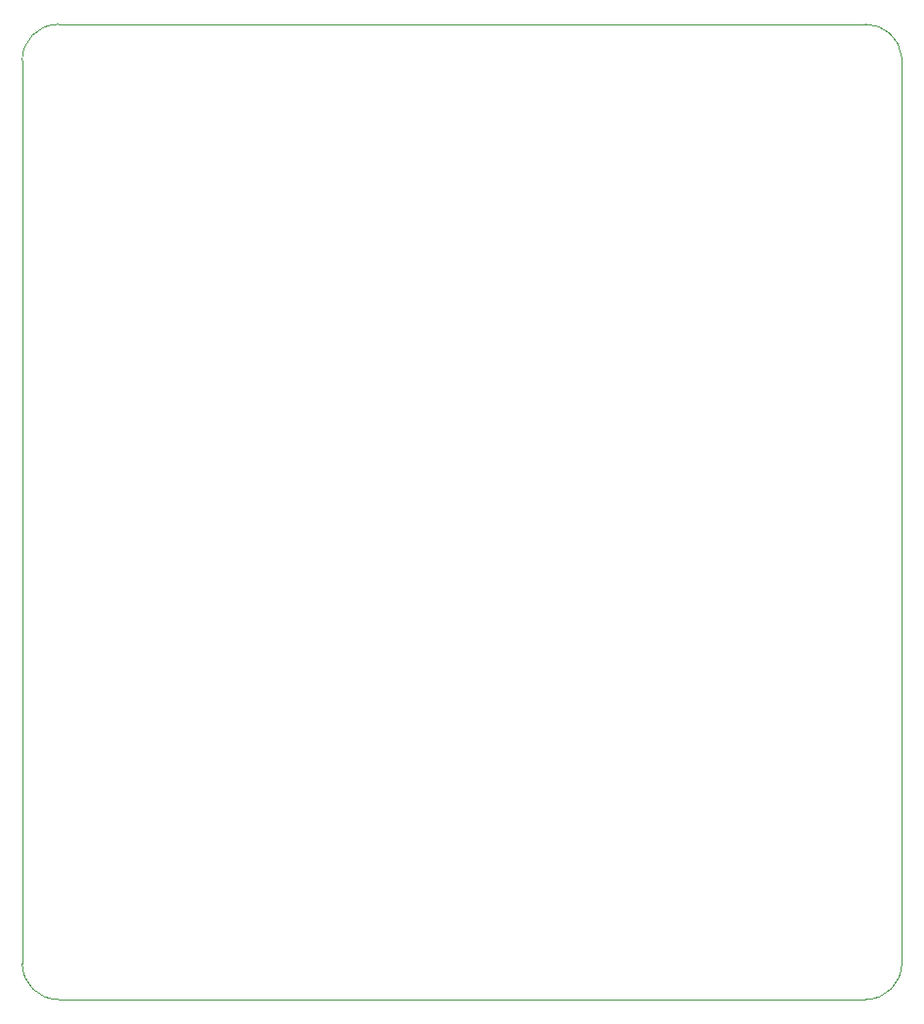
<source format=gbr>
%TF.GenerationSoftware,Altium Limited,Altium Designer,23.1.1 (15)*%
G04 Layer_Color=0*
%FSLAX45Y45*%
%MOMM*%
%TF.SameCoordinates,3B15BE60-5205-462F-B1BE-89E8C5D5736D*%
%TF.FilePolarity,Positive*%
%TF.FileFunction,Profile,NP*%
%TF.Part,Single*%
G01*
G75*
%TA.AperFunction,Profile*%
%ADD175C,0.02540*%
D175*
X6287262Y3200000D02*
G03*
X6600000Y2887262I312738J0D01*
G01*
X13600000D01*
D02*
G03*
X13912738Y3200000I0J312738D01*
G01*
Y11050000D01*
X13911189Y11056087D01*
D02*
G03*
X13600000Y11337738I-311189J-31088D01*
G01*
X6600000D01*
X6599918Y11337738D01*
D02*
G03*
X6287262Y11025000I82J-312738D01*
G01*
Y3200000D01*
%TF.MD5,6ba3d193a7696b5a2f3b3f7aa09f27ad*%
M02*

</source>
